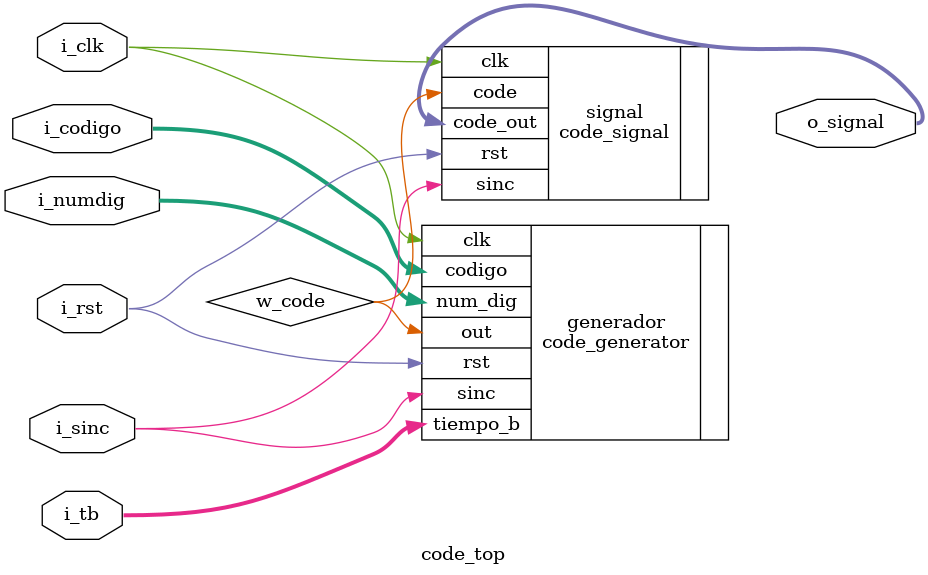
<source format=v>
module code_top #(
    parameter NB_REG    = 32,
    parameter NB_OUTPUT = 16
) (
    input                  i_clk,
    input                  i_rst,
    input                  i_sinc,
    input [NB_REG - 1 : 0] i_codigo,
    input [NB_REG - 1 : 0] i_numdig,
    input [NB_REG - 1 : 0] i_tb,

    output [NB_OUTPUT - 1 : 0] o_signal
);

  //////////////////////////////////////////////////////////////////////////////////
  //      WIRE AND REGISTERS
  //////////////////////////////////////////////////////////////////////////////////

  wire w_code;

  //////////////////////////////////////////////////////////////////////////////////
  //      INSTANCE MODULES
  //////////////////////////////////////////////////////////////////////////////////

  code_generator #(
      .NB_REG(NB_REG)
  ) generador (
      .clk(i_clk),
      .rst(i_rst),
      .sinc(i_sinc),
      .codigo(i_codigo),
      .num_dig(i_numdig),
      .tiempo_b(i_tb),
      .out(w_code)
  );

  code_signal #(
      .NB_OUTPUT(NB_OUTPUT)
  ) signal (
      .clk(i_clk),
      .rst(i_rst),
      .sinc(i_sinc),
      .code(w_code),
      .code_out(o_signal)
  );

endmodule

</source>
